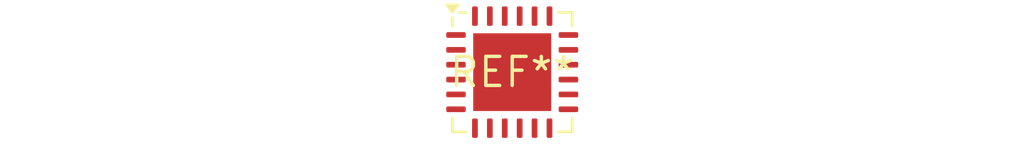
<source format=kicad_pcb>
(kicad_pcb (version 20240108) (generator pcbnew)
  (layers (0 "F.Cu" signal) (31 "B.Cu" signal) (34 "B.Paste" user) (35 "F.Paste" user) (36 "B.SilkS" user "B.Silkscreen") (37 "F.SilkS" user "F.Silkscreen") (38 "B.Mask" user) (39 "F.Mask" user) (44 "Edge.Cuts" user))
  (net 0 "")
  (footprint "QFN-24-1EP_5x5mm_P0.65mm_EP3.4x3.4mm" (layer "F.Cu") (at 0 0)
    (property "Reference" "REF**")
    (property "Value" "QFN-24-1EP_5x5mm_P0.65mm_EP3.4x3.4mm")
    (fp_line (start -2.61 -2.01) (end -2.61 -2.37) (layer "F.SilkS") (stroke (width 0.12)))
    (fp_line (start -2.61 2.61) (end -2.61 2.01) (layer "F.SilkS") (stroke (width 0.12)))
    (fp_line (start -2.01 -2.61) (end -2.31 -2.61) (layer "F.SilkS") (stroke (width 0.12)))
    (fp_line (start -2.01 2.61) (end -2.61 2.61) (layer "F.SilkS") (stroke (width 0.12)))
    (fp_line (start 2.01 -2.61) (end 2.61 -2.61) (layer "F.SilkS") (stroke (width 0.12)))
    (fp_line (start 2.01 2.61) (end 2.61 2.61) (layer "F.SilkS") (stroke (width 0.12)))
    (fp_line (start 2.61 -2.61) (end 2.61 -2.01) (layer "F.SilkS") (stroke (width 0.12)))
    (fp_line (start 2.61 2.61) (end 2.61 2.01) (layer "F.SilkS") (stroke (width 0.12)))
    (fp_poly (pts (xy -2.61 -2.61) (xy -2.85 -2.94) (xy -2.37 -2.94) (xy -2.61 -2.61)) (layer "F.SilkS") (stroke (width 0.12)) (fill solid))
    (pad "1" smd roundrect (at -2.45 -1.625) (size 0.85 0.25) (layers "F.Cu" "F.Paste" "F.Mask"))
    (pad "2" smd roundrect (at -2.45 -0.975) (size 0.85 0.25) (layers "F.Cu" "F.Paste" "F.Mask"))
    (pad "3" smd roundrect (at -2.45 -0.325) (size 0.85 0.25) (layers "F.Cu" "F.Paste" "F.Mask"))
    (pad "4" smd roundrect (at -2.45 0.325) (size 0.85 0.25) (layers "F.Cu" "F.Paste" "F.Mask"))
    (pad "5" smd roundrect (at -2.45 0.975) (size 0.85 0.25) (layers "F.Cu" "F.Paste" "F.Mask"))
    (pad "6" smd roundrect (at -2.45 1.625) (size 0.85 0.25) (layers "F.Cu" "F.Paste" "F.Mask"))
    (pad "7" smd roundrect (at -1.625 2.45) (size 0.25 0.85) (layers "F.Cu" "F.Paste" "F.Mask"))
    (pad "8" smd roundrect (at -0.975 2.45) (size 0.25 0.85) (layers "F.Cu" "F.Paste" "F.Mask"))
    (pad "9" smd roundrect (at -0.325 2.45) (size 0.25 0.85) (layers "F.Cu" "F.Paste" "F.Mask"))
    (pad "10" smd roundrect (at 0.325 2.45) (size 0.25 0.85) (layers "F.Cu" "F.Paste" "F.Mask"))
    (pad "11" smd roundrect (at 0.975 2.45) (size 0.25 0.85) (layers "F.Cu" "F.Paste" "F.Mask"))
    (pad "12" smd roundrect (at 1.625 2.45) (size 0.25 0.85) (layers "F.Cu" "F.Paste" "F.Mask"))
    (pad "13" smd roundrect (at 2.45 1.625) (size 0.85 0.25) (layers "F.Cu" "F.Paste" "F.Mask"))
    (pad "14" smd roundrect (at 2.45 0.975) (size 0.85 0.25) (layers "F.Cu" "F.Paste" "F.Mask"))
    (pad "15" smd roundrect (at 2.45 0.325) (size 0.85 0.25) (layers "F.Cu" "F.Paste" "F.Mask"))
    (pad "16" smd roundrect (at 2.45 -0.325) (size 0.85 0.25) (layers "F.Cu" "F.Paste" "F.Mask"))
    (pad "17" smd roundrect (at 2.45 -0.975) (size 0.85 0.25) (layers "F.Cu" "F.Paste" "F.Mask"))
    (pad "18" smd roundrect (at 2.45 -1.625) (size 0.85 0.25) (layers "F.Cu" "F.Paste" "F.Mask"))
    (pad "19" smd roundrect (at 1.625 -2.45) (size 0.25 0.85) (layers "F.Cu" "F.Paste" "F.Mask"))
    (pad "20" smd roundrect (at 0.975 -2.45) (size 0.25 0.85) (layers "F.Cu" "F.Paste" "F.Mask"))
    (pad "21" smd roundrect (at 0.325 -2.45) (size 0.25 0.85) (layers "F.Cu" "F.Paste" "F.Mask"))
    (pad "22" smd roundrect (at -0.325 -2.45) (size 0.25 0.85) (layers "F.Cu" "F.Paste" "F.Mask"))
    (pad "23" smd roundrect (at -0.975 -2.45) (size 0.25 0.85) (layers "F.Cu" "F.Paste" "F.Mask"))
    (pad "24" smd roundrect (at -1.625 -2.45) (size 0.25 0.85) (layers "F.Cu" "F.Paste" "F.Mask"))
    (pad "25" smd rect (at 0 0) (size 3.4 3.4) (property pad_prop_heatsink) (layers "F.Cu" "F.Mask"))
  )
)
</source>
